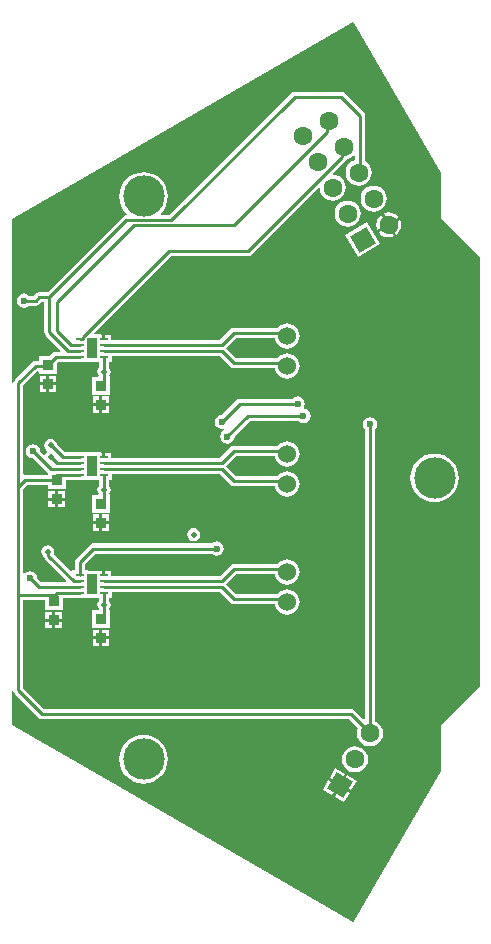
<source format=gtl>
G04*
G04 #@! TF.GenerationSoftware,Altium Limited,Altium Designer,18.1.9 (240)*
G04*
G04 Layer_Physical_Order=1*
G04 Layer_Color=255*
%FSLAX43Y43*%
%MOMM*%
G71*
G01*
G75*
%ADD15R,0.900X1.700*%
%ADD16R,0.710X0.260*%
%ADD17R,0.900X0.900*%
%ADD26C,0.254*%
%ADD27C,0.250*%
%ADD28C,1.600*%
%ADD29P,2.263X4X165.0*%
%ADD30C,1.524*%
%ADD31P,2.263X4X105.0*%
%ADD32C,3.500*%
%ADD33C,0.600*%
%ADD34C,0.500*%
G36*
X23202Y65531D02*
X30555Y52792D01*
Y49061D01*
X30575Y48962D01*
X30631Y48878D01*
X33805Y45704D01*
Y16000D01*
X33805Y9296D01*
X30631Y6122D01*
X30603Y6081D01*
X30575Y6038D01*
X30575Y6038D01*
X30575Y6038D01*
X30565Y5989D01*
X30555Y5939D01*
X30554Y2204D01*
X23202Y-10531D01*
X23079Y-10564D01*
X2758Y1169D01*
X2758Y1169D01*
X-5805Y6113D01*
Y8950D01*
X-5678Y8963D01*
X-5652Y8833D01*
X-5558Y8692D01*
X-3558Y6692D01*
X-3417Y6598D01*
X-3250Y6565D01*
X22717D01*
X23498Y5784D01*
X23448Y5665D01*
X23411Y5378D01*
X23448Y5091D01*
X23559Y4823D01*
X23735Y4593D01*
X23965Y4417D01*
X24233Y4306D01*
X24520Y4268D01*
X24807Y4306D01*
X25075Y4417D01*
X25305Y4593D01*
X25481Y4823D01*
X25592Y5091D01*
X25629Y5378D01*
X25592Y5665D01*
X25481Y5932D01*
X25305Y6162D01*
X25075Y6339D01*
X24955Y6388D01*
Y31092D01*
X25085Y31286D01*
X25132Y31520D01*
X25085Y31754D01*
X24953Y31953D01*
X24754Y32085D01*
X24520Y32132D01*
X24286Y32085D01*
X24087Y31953D01*
X23955Y31754D01*
X23908Y31520D01*
X23955Y31286D01*
X24085Y31092D01*
Y6595D01*
X23967Y6546D01*
X23206Y7308D01*
X23064Y7402D01*
X22898Y7435D01*
X-3070D01*
X-4815Y9180D01*
Y16617D01*
X-3000D01*
Y15800D01*
X-1500D01*
Y16815D01*
X-5D01*
X22Y16820D01*
X650D01*
Y16850D01*
X1350D01*
Y16820D01*
X1572D01*
Y16591D01*
X1487Y16465D01*
X1444Y16250D01*
X1487Y16035D01*
X1559Y15927D01*
X1523Y15800D01*
X1000D01*
Y14300D01*
X2500D01*
Y15800D01*
X2487D01*
X2451Y15927D01*
X2523Y16035D01*
X2566Y16250D01*
X2523Y16465D01*
X2438Y16591D01*
Y16820D01*
X2660D01*
Y17315D01*
X11800D01*
X12692Y16422D01*
X12833Y16328D01*
X13000Y16295D01*
X16453D01*
X16465Y16203D01*
X16572Y15944D01*
X16743Y15723D01*
X16964Y15552D01*
X17223Y15445D01*
X17500Y15409D01*
X17777Y15445D01*
X18036Y15552D01*
X18257Y15723D01*
X18428Y15944D01*
X18535Y16203D01*
X18571Y16480D01*
X18535Y16757D01*
X18428Y17016D01*
X18257Y17237D01*
X18036Y17408D01*
X17777Y17515D01*
X17500Y17551D01*
X17223Y17515D01*
X16964Y17408D01*
X16743Y17237D01*
X16687Y17165D01*
X13180D01*
X12346Y18000D01*
X13180Y18835D01*
X16453D01*
X16465Y18743D01*
X16572Y18484D01*
X16743Y18263D01*
X16964Y18092D01*
X17223Y17985D01*
X17500Y17949D01*
X17777Y17985D01*
X18036Y18092D01*
X18257Y18263D01*
X18428Y18484D01*
X18535Y18743D01*
X18571Y19020D01*
X18535Y19297D01*
X18428Y19556D01*
X18257Y19777D01*
X18036Y19948D01*
X17777Y20055D01*
X17500Y20091D01*
X17223Y20055D01*
X16964Y19948D01*
X16743Y19777D01*
X16687Y19705D01*
X13000D01*
X12833Y19672D01*
X12692Y19578D01*
X11800Y18685D01*
X2610D01*
Y19130D01*
X2130D01*
Y18750D01*
X1880D01*
Y19130D01*
X1750D01*
Y19150D01*
X650D01*
Y19180D01*
X430D01*
Y19715D01*
X1292Y20576D01*
X11109D01*
X11115Y20567D01*
X11313Y20435D01*
X11547Y20388D01*
X11782Y20435D01*
X11980Y20567D01*
X12113Y20766D01*
X12159Y21000D01*
X12113Y21234D01*
X11980Y21433D01*
X11782Y21565D01*
X11547Y21612D01*
X11313Y21565D01*
X11137Y21447D01*
X1112D01*
X945Y21414D01*
X804Y21320D01*
X-313Y20203D01*
X-407Y20062D01*
X-440Y19895D01*
Y19180D01*
X-660D01*
Y19163D01*
X-777Y19114D01*
X-2226Y20563D01*
X-2189Y20750D01*
X-2232Y20965D01*
X-2353Y21147D01*
X-2535Y21268D01*
X-2750Y21311D01*
X-2965Y21268D01*
X-3147Y21147D01*
X-3268Y20965D01*
X-3311Y20750D01*
X-3268Y20535D01*
X-3147Y20353D01*
X-3121Y20336D01*
X-3105Y20258D01*
X-3011Y20116D01*
X-1195Y18301D01*
X-1244Y18183D01*
X-3321D01*
X-3639Y18501D01*
X-3685Y18734D01*
X-3817Y18933D01*
X-4016Y19065D01*
X-4250Y19112D01*
X-4484Y19065D01*
X-4683Y18933D01*
X-4693Y18917D01*
X-4815Y18954D01*
Y26073D01*
X-4520Y26367D01*
X-2750D01*
Y26050D01*
X-1250D01*
Y26815D01*
X-5D01*
X22Y26820D01*
X650D01*
Y26850D01*
X1350D01*
Y26820D01*
X1570D01*
Y26338D01*
X1487Y26215D01*
X1444Y26000D01*
X1487Y25785D01*
X1559Y25677D01*
X1525Y25550D01*
X1000D01*
Y24050D01*
X2500D01*
Y25550D01*
X2485D01*
X2451Y25677D01*
X2523Y25785D01*
X2566Y26000D01*
X2523Y26215D01*
X2440Y26338D01*
Y26820D01*
X2660D01*
Y27315D01*
X11800D01*
X12692Y26422D01*
X12833Y26328D01*
X13000Y26295D01*
X16453D01*
X16465Y26203D01*
X16572Y25944D01*
X16743Y25723D01*
X16964Y25552D01*
X17223Y25445D01*
X17500Y25409D01*
X17777Y25445D01*
X18036Y25552D01*
X18257Y25723D01*
X18428Y25944D01*
X18535Y26203D01*
X18571Y26480D01*
X18535Y26757D01*
X18428Y27016D01*
X18257Y27237D01*
X18036Y27408D01*
X17777Y27515D01*
X17500Y27551D01*
X17223Y27515D01*
X16964Y27408D01*
X16743Y27237D01*
X16687Y27165D01*
X13180D01*
X12346Y28000D01*
X13180Y28835D01*
X16453D01*
X16465Y28743D01*
X16572Y28484D01*
X16743Y28263D01*
X16964Y28092D01*
X17223Y27985D01*
X17500Y27949D01*
X17777Y27985D01*
X18036Y28092D01*
X18257Y28263D01*
X18428Y28484D01*
X18535Y28743D01*
X18571Y29020D01*
X18535Y29297D01*
X18428Y29556D01*
X18257Y29777D01*
X18036Y29948D01*
X17777Y30055D01*
X17500Y30091D01*
X17223Y30055D01*
X16964Y29948D01*
X16743Y29777D01*
X16687Y29705D01*
X13000D01*
X12833Y29672D01*
X12692Y29578D01*
X11800Y28685D01*
X2610D01*
Y29130D01*
X2130D01*
Y28750D01*
X1880D01*
Y29130D01*
X1750D01*
Y29150D01*
X650D01*
Y29180D01*
X37D01*
X-5Y29188D01*
X-20Y29185D01*
X-1320D01*
X-1953Y29819D01*
X-1982Y29965D01*
X-2103Y30147D01*
X-2285Y30268D01*
X-2500Y30311D01*
X-2715Y30268D01*
X-2897Y30147D01*
X-3018Y29965D01*
X-3061Y29750D01*
X-3018Y29535D01*
X-2897Y29353D01*
X-2812Y29297D01*
Y29170D01*
X-2847Y29147D01*
X-2950Y28992D01*
X-3090Y28953D01*
X-3389Y29251D01*
X-3435Y29484D01*
X-3567Y29683D01*
X-3766Y29815D01*
X-4000Y29862D01*
X-4234Y29815D01*
X-4433Y29683D01*
X-4565Y29484D01*
X-4612Y29250D01*
X-4565Y29016D01*
X-4433Y28817D01*
X-4234Y28685D01*
X-4001Y28639D01*
X-2806Y27444D01*
X-2750Y27406D01*
Y27233D01*
X-4700D01*
X-4716Y27230D01*
X-4815Y27311D01*
Y34820D01*
X-3627Y36007D01*
X-3500Y35955D01*
Y35800D01*
X-2000D01*
Y36687D01*
X-1870Y36817D01*
X-5D01*
X12Y36820D01*
X650D01*
Y36850D01*
X1350D01*
Y36820D01*
X1572D01*
Y36349D01*
X1482Y36215D01*
X1439Y36000D01*
X1482Y35785D01*
X1554Y35677D01*
X1512Y35550D01*
X1000D01*
Y34050D01*
X2500D01*
Y35550D01*
X2476D01*
X2446Y35677D01*
X2518Y35785D01*
X2561Y36000D01*
X2518Y36215D01*
X2438Y36334D01*
Y36820D01*
X2660D01*
Y37315D01*
X11800D01*
X12692Y36422D01*
X12833Y36328D01*
X13000Y36295D01*
X16453D01*
X16465Y36203D01*
X16572Y35944D01*
X16743Y35723D01*
X16964Y35552D01*
X17223Y35445D01*
X17500Y35409D01*
X17777Y35445D01*
X18036Y35552D01*
X18257Y35723D01*
X18428Y35944D01*
X18535Y36203D01*
X18571Y36480D01*
X18535Y36757D01*
X18428Y37016D01*
X18257Y37237D01*
X18036Y37408D01*
X17777Y37515D01*
X17500Y37551D01*
X17223Y37515D01*
X16964Y37408D01*
X16743Y37237D01*
X16687Y37165D01*
X13180D01*
X12346Y38000D01*
X13180Y38835D01*
X16453D01*
X16465Y38743D01*
X16572Y38484D01*
X16743Y38263D01*
X16964Y38092D01*
X17223Y37985D01*
X17500Y37949D01*
X17777Y37985D01*
X18036Y38092D01*
X18257Y38263D01*
X18428Y38484D01*
X18535Y38743D01*
X18571Y39020D01*
X18535Y39297D01*
X18428Y39556D01*
X18257Y39777D01*
X18036Y39948D01*
X17777Y40055D01*
X17500Y40091D01*
X17223Y40055D01*
X16964Y39948D01*
X16743Y39777D01*
X16687Y39705D01*
X13000D01*
X12833Y39672D01*
X12692Y39578D01*
X11800Y38685D01*
X2610D01*
Y39130D01*
X2130D01*
Y38750D01*
X1880D01*
Y39130D01*
X1750D01*
Y39150D01*
X1240D01*
X1191Y39267D01*
X7705Y45781D01*
X14178D01*
X14345Y45815D01*
X14486Y45909D01*
X20140Y51562D01*
X20269Y51512D01*
X20300Y51278D01*
X20410Y51010D01*
X20587Y50780D01*
X20817Y50604D01*
X21084Y50493D01*
X21371Y50456D01*
X21658Y50493D01*
X21926Y50604D01*
X22156Y50780D01*
X22332Y51010D01*
X22443Y51278D01*
X22481Y51565D01*
X22443Y51852D01*
X22332Y52120D01*
X22156Y52350D01*
X21926Y52526D01*
X21658Y52637D01*
X21424Y52667D01*
X21374Y52797D01*
X22471Y53894D01*
X22511Y53953D01*
X22588Y53963D01*
X22856Y54074D01*
X23086Y54250D01*
X23135Y54315D01*
X23255Y54274D01*
Y53895D01*
X23016Y53796D01*
X22786Y53620D01*
X22610Y53390D01*
X22499Y53122D01*
X22462Y52835D01*
X22499Y52548D01*
X22610Y52280D01*
X22786Y52050D01*
X23016Y51874D01*
X23284Y51763D01*
X23571Y51726D01*
X23858Y51763D01*
X24126Y51874D01*
X24356Y52050D01*
X24532Y52280D01*
X24643Y52548D01*
X24681Y52835D01*
X24643Y53122D01*
X24532Y53390D01*
X24356Y53620D01*
X24126Y53795D01*
Y57649D01*
X24093Y57816D01*
X23999Y57957D01*
X22398Y59558D01*
X22256Y59652D01*
X22090Y59685D01*
X18178D01*
X18011Y59652D01*
X17870Y59558D01*
X7542Y49230D01*
X6837D01*
X6794Y49350D01*
X6813Y49365D01*
X7069Y49678D01*
X7259Y50034D01*
X7376Y50420D01*
X7416Y50822D01*
X7376Y51224D01*
X7259Y51610D01*
X7069Y51966D01*
X6813Y52279D01*
X6500Y52535D01*
X6144Y52725D01*
X5758Y52842D01*
X5356Y52882D01*
X4954Y52842D01*
X4568Y52725D01*
X4212Y52535D01*
X3899Y52279D01*
X3643Y51966D01*
X3453Y51610D01*
X3336Y51224D01*
X3296Y50822D01*
X3336Y50420D01*
X3453Y50034D01*
X3643Y49678D01*
X3899Y49365D01*
X3926Y49344D01*
X3870Y49225D01*
X3728Y49197D01*
X3587Y49103D01*
X-2758Y42758D01*
X-2764Y42749D01*
X-2795Y42717D01*
X-3494D01*
X-3659Y42684D01*
X-3800Y42590D01*
X-3957Y42433D01*
X-4319D01*
X-4516Y42565D01*
X-4750Y42612D01*
X-4984Y42565D01*
X-5183Y42433D01*
X-5315Y42234D01*
X-5362Y42000D01*
X-5315Y41766D01*
X-5183Y41567D01*
X-4984Y41435D01*
X-4750Y41388D01*
X-4516Y41435D01*
X-4319Y41567D01*
X-3778D01*
X-3612Y41600D01*
X-3471Y41694D01*
X-3314Y41851D01*
X-3051D01*
Y39326D01*
X-3018Y39160D01*
X-2924Y39018D01*
X-1706Y37801D01*
X-1755Y37683D01*
X-2050D01*
X-2216Y37650D01*
X-2356Y37556D01*
X-2613Y37300D01*
X-3500D01*
Y36933D01*
X-3740D01*
X-3750Y36935D01*
X-3917Y36902D01*
X-4058Y36808D01*
X-5558Y35308D01*
X-5652Y35167D01*
X-5678Y35037D01*
X-5805Y35050D01*
X-5805Y48887D01*
X2758Y53831D01*
X23079Y65564D01*
X23202Y65531D01*
D02*
G37*
%LPC*%
G36*
X24841Y51745D02*
X24554Y51707D01*
X24286Y51596D01*
X24056Y51420D01*
X23880Y51190D01*
X23769Y50922D01*
X23732Y50635D01*
X23769Y50348D01*
X23880Y50081D01*
X24056Y49851D01*
X24286Y49674D01*
X24554Y49564D01*
X24841Y49526D01*
X25128Y49564D01*
X25396Y49674D01*
X25626Y49851D01*
X25802Y50081D01*
X25913Y50348D01*
X25951Y50635D01*
X25913Y50922D01*
X25802Y51190D01*
X25626Y51420D01*
X25396Y51596D01*
X25128Y51707D01*
X24841Y51745D01*
D02*
G37*
G36*
X26111Y49495D02*
X25837Y49459D01*
X25698Y49401D01*
X26157Y48606D01*
X26951Y49065D01*
X26860Y49184D01*
X26641Y49353D01*
X26385Y49459D01*
X26111Y49495D01*
D02*
G37*
G36*
X22641Y50475D02*
X22354Y50437D01*
X22087Y50326D01*
X21857Y50150D01*
X21680Y49920D01*
X21570Y49652D01*
X21532Y49365D01*
X21570Y49078D01*
X21680Y48811D01*
X21857Y48581D01*
X22087Y48404D01*
X22354Y48294D01*
X22641Y48256D01*
X22928Y48294D01*
X23196Y48404D01*
X23426Y48581D01*
X23602Y48811D01*
X23713Y49078D01*
X23751Y49365D01*
X23713Y49652D01*
X23602Y49920D01*
X23426Y50150D01*
X23196Y50326D01*
X22928Y50437D01*
X22641Y50475D01*
D02*
G37*
G36*
X25481Y49276D02*
X25362Y49184D01*
X25194Y48965D01*
X25088Y48710D01*
X25052Y48436D01*
X25088Y48161D01*
X25146Y48023D01*
X25940Y48481D01*
X25481Y49276D01*
D02*
G37*
G36*
X27076Y48849D02*
X26282Y48390D01*
X26741Y47595D01*
X26860Y47687D01*
X27028Y47906D01*
X27134Y48161D01*
X27170Y48436D01*
X27134Y48710D01*
X27076Y48849D01*
D02*
G37*
G36*
X26065Y48265D02*
X25271Y47806D01*
X25362Y47687D01*
X25581Y47518D01*
X25837Y47413D01*
X26111Y47377D01*
X26385Y47413D01*
X26524Y47470D01*
X26065Y48265D01*
D02*
G37*
G36*
X24314Y48668D02*
X22409Y47568D01*
X23509Y45663D01*
X25414Y46763D01*
X24314Y48668D01*
D02*
G37*
G36*
X-2050Y35650D02*
X-2625D01*
Y35075D01*
X-2050D01*
Y35650D01*
D02*
G37*
G36*
X-2875D02*
X-3450D01*
Y35075D01*
X-2875D01*
Y35650D01*
D02*
G37*
G36*
X-2050Y34825D02*
X-2625D01*
Y34250D01*
X-2050D01*
Y34825D01*
D02*
G37*
G36*
X-2875D02*
X-3450D01*
Y34250D01*
X-2875D01*
Y34825D01*
D02*
G37*
G36*
X2450Y33900D02*
X1875D01*
Y33325D01*
X2450D01*
Y33900D01*
D02*
G37*
G36*
X1625D02*
X1050D01*
Y33325D01*
X1625D01*
Y33900D01*
D02*
G37*
G36*
X2450Y33075D02*
X1875D01*
Y32500D01*
X2450D01*
Y33075D01*
D02*
G37*
G36*
X1625D02*
X1050D01*
Y32500D01*
X1625D01*
Y33075D01*
D02*
G37*
G36*
X18396Y33893D02*
X18162Y33846D01*
X17968Y33717D01*
X13511D01*
X13345Y33683D01*
X13203Y33589D01*
X11975Y32361D01*
X11746Y32315D01*
X11547Y32183D01*
X11415Y31984D01*
X11368Y31750D01*
X11415Y31516D01*
X11547Y31317D01*
X11746Y31185D01*
X11980Y31138D01*
X12097Y31161D01*
X12170Y31176D01*
X12205Y31091D01*
X12174Y31038D01*
X12148Y31020D01*
X12017Y30933D01*
X11884Y30734D01*
X11837Y30500D01*
X11884Y30266D01*
X12017Y30067D01*
X12215Y29935D01*
X12449Y29888D01*
X12683Y29935D01*
X12882Y30067D01*
X13014Y30266D01*
X13061Y30500D01*
X13060Y30503D01*
X14372Y31815D01*
X18465D01*
X18660Y31685D01*
X18894Y31638D01*
X19128Y31685D01*
X19326Y31817D01*
X19459Y32016D01*
X19506Y32250D01*
X19459Y32484D01*
X19326Y32683D01*
X19128Y32815D01*
X18979Y32845D01*
X18921Y32986D01*
X18962Y33047D01*
X19008Y33281D01*
X18962Y33515D01*
X18829Y33714D01*
X18631Y33846D01*
X18396Y33893D01*
D02*
G37*
G36*
X-1300Y25900D02*
X-1875D01*
Y25325D01*
X-1300D01*
Y25900D01*
D02*
G37*
G36*
X-2125D02*
X-2700D01*
Y25325D01*
X-2125D01*
Y25900D01*
D02*
G37*
G36*
X30000Y29060D02*
X29598Y29020D01*
X29212Y28903D01*
X28856Y28713D01*
X28543Y28457D01*
X28287Y28144D01*
X28097Y27788D01*
X27980Y27402D01*
X27940Y27000D01*
X27980Y26598D01*
X28097Y26212D01*
X28287Y25856D01*
X28543Y25543D01*
X28856Y25287D01*
X29212Y25097D01*
X29598Y24980D01*
X30000Y24940D01*
X30402Y24980D01*
X30788Y25097D01*
X31144Y25287D01*
X31457Y25543D01*
X31713Y25856D01*
X31903Y26212D01*
X32020Y26598D01*
X32060Y27000D01*
X32020Y27402D01*
X31903Y27788D01*
X31713Y28144D01*
X31457Y28457D01*
X31144Y28713D01*
X30788Y28903D01*
X30402Y29020D01*
X30000Y29060D01*
D02*
G37*
G36*
X-1300Y25075D02*
X-1875D01*
Y24500D01*
X-1300D01*
Y25075D01*
D02*
G37*
G36*
X-2125D02*
X-2700D01*
Y24500D01*
X-2125D01*
Y25075D01*
D02*
G37*
G36*
X2450Y23900D02*
X1875D01*
Y23325D01*
X2450D01*
Y23900D01*
D02*
G37*
G36*
X1625D02*
X1050D01*
Y23325D01*
X1625D01*
Y23900D01*
D02*
G37*
G36*
X2450Y23075D02*
X1875D01*
Y22500D01*
X2450D01*
Y23075D01*
D02*
G37*
G36*
X1625D02*
X1050D01*
Y22500D01*
X1625D01*
Y23075D01*
D02*
G37*
G36*
X9600Y22761D02*
X9385Y22718D01*
X9203Y22597D01*
X9082Y22415D01*
X9039Y22200D01*
X9082Y21985D01*
X9203Y21803D01*
X9385Y21682D01*
X9600Y21639D01*
X9815Y21682D01*
X9997Y21803D01*
X10118Y21985D01*
X10161Y22200D01*
X10118Y22415D01*
X9997Y22597D01*
X9815Y22718D01*
X9600Y22761D01*
D02*
G37*
G36*
X-1550Y15650D02*
X-2125D01*
Y15075D01*
X-1550D01*
Y15650D01*
D02*
G37*
G36*
X-2375D02*
X-2950D01*
Y15075D01*
X-2375D01*
Y15650D01*
D02*
G37*
G36*
X-1550Y14825D02*
X-2125D01*
Y14250D01*
X-1550D01*
Y14825D01*
D02*
G37*
G36*
X-2375D02*
X-2950D01*
Y14250D01*
X-2375D01*
Y14825D01*
D02*
G37*
G36*
X2450Y14150D02*
X1875D01*
Y13575D01*
X2450D01*
Y14150D01*
D02*
G37*
G36*
X1625D02*
X1050D01*
Y13575D01*
X1625D01*
Y14150D01*
D02*
G37*
G36*
X2450Y13325D02*
X1875D01*
Y12750D01*
X2450D01*
Y13325D01*
D02*
G37*
G36*
X1625D02*
X1050D01*
Y12750D01*
X1625D01*
Y13325D01*
D02*
G37*
G36*
X23250Y4287D02*
X22963Y4250D01*
X22695Y4139D01*
X22465Y3963D01*
X22289Y3733D01*
X22178Y3465D01*
X22141Y3178D01*
X22178Y2891D01*
X22289Y2623D01*
X22465Y2393D01*
X22695Y2217D01*
X22963Y2106D01*
X23250Y2069D01*
X23537Y2106D01*
X23805Y2217D01*
X24035Y2393D01*
X24211Y2623D01*
X24322Y2891D01*
X24359Y3178D01*
X24322Y3465D01*
X24211Y3733D01*
X24035Y3963D01*
X23805Y4139D01*
X23537Y4250D01*
X23250Y4287D01*
D02*
G37*
G36*
X21596Y2413D02*
X21133Y1612D01*
X21934Y1149D01*
X22397Y1950D01*
X21596Y2413D01*
D02*
G37*
G36*
X5356Y5238D02*
X4954Y5198D01*
X4568Y5081D01*
X4212Y4891D01*
X3899Y4635D01*
X3643Y4322D01*
X3453Y3966D01*
X3336Y3580D01*
X3296Y3178D01*
X3336Y2776D01*
X3453Y2390D01*
X3643Y2034D01*
X3899Y1721D01*
X4212Y1465D01*
X4568Y1275D01*
X4954Y1158D01*
X5356Y1118D01*
X5758Y1158D01*
X6144Y1275D01*
X6500Y1465D01*
X6813Y1721D01*
X7069Y2034D01*
X7259Y2390D01*
X7376Y2776D01*
X7416Y3178D01*
X7376Y3580D01*
X7259Y3966D01*
X7069Y4322D01*
X6813Y4635D01*
X6500Y4891D01*
X6144Y5081D01*
X5758Y5198D01*
X5356Y5238D01*
D02*
G37*
G36*
X22613Y1825D02*
X22151Y1024D01*
X22952Y562D01*
X23414Y1363D01*
X22613Y1825D01*
D02*
G37*
G36*
X21008Y1395D02*
X20546Y594D01*
X21347Y131D01*
X21809Y933D01*
X21008Y1395D01*
D02*
G37*
G36*
X22026Y808D02*
X21563Y6D01*
X22364Y-456D01*
X22827Y345D01*
X22026Y808D01*
D02*
G37*
%LPD*%
D15*
X1000Y18000D02*
D03*
Y28000D02*
D03*
Y38000D02*
D03*
D16*
X-5Y17250D02*
D03*
Y17750D02*
D03*
Y18250D02*
D03*
Y18750D02*
D03*
X2005D02*
D03*
Y18250D02*
D03*
Y17750D02*
D03*
Y17250D02*
D03*
X-5Y27250D02*
D03*
Y27750D02*
D03*
Y28250D02*
D03*
Y28750D02*
D03*
X2005D02*
D03*
Y28250D02*
D03*
Y27750D02*
D03*
Y27250D02*
D03*
X-5Y37250D02*
D03*
Y37750D02*
D03*
Y38250D02*
D03*
Y38750D02*
D03*
X2005D02*
D03*
Y38250D02*
D03*
Y37750D02*
D03*
Y37250D02*
D03*
D17*
X1750Y13450D02*
D03*
Y15050D02*
D03*
X-2250Y14950D02*
D03*
Y16550D02*
D03*
X1750Y23200D02*
D03*
Y24800D02*
D03*
X-2000Y25200D02*
D03*
Y26800D02*
D03*
X1750Y33200D02*
D03*
Y34800D02*
D03*
X-2750Y34950D02*
D03*
Y36550D02*
D03*
D26*
X24520Y5378D02*
Y31520D01*
X20893Y57177D02*
X21151Y57435D01*
X20893Y56293D02*
Y57177D01*
X12991Y48391D02*
X20893Y56293D01*
X4538Y48391D02*
X12991D01*
X22163Y54977D02*
X22421Y55235D01*
X22163Y54202D02*
Y54977D01*
X14178Y46217D02*
X22163Y54202D01*
X7525Y46217D02*
X14178D01*
X-8Y28750D02*
X-5Y28753D01*
X1112Y21012D02*
X11547D01*
X12449Y30500D02*
Y30507D01*
X14192Y32250D01*
X11980Y31750D02*
X13511Y33281D01*
X18396D01*
X2005Y28250D02*
X11980D01*
X13000Y29270D01*
X2005Y27750D02*
X11980D01*
X14192Y32250D02*
X18894D01*
X23691Y53035D02*
Y57649D01*
X22090Y59250D02*
X23691Y57649D01*
X18178Y59250D02*
X22090D01*
X7723Y48795D02*
X18178Y59250D01*
X3895Y48795D02*
X7723D01*
X-2004Y39433D02*
X-821Y38250D01*
X-2004Y41849D02*
X4538Y48391D01*
X-3250Y7000D02*
X22898D01*
X24520Y5378D01*
X2005Y26000D02*
Y27239D01*
Y25205D02*
Y26000D01*
X-2200Y27000D02*
X-1950Y27250D01*
X13000Y39270D02*
X17250D01*
X13000Y36730D02*
X17250D01*
Y29270D02*
X17500Y29020D01*
X13000Y29270D02*
X17250D01*
X13000Y26730D02*
X17250D01*
X13000Y19270D02*
X17250D01*
Y16730D02*
X17500Y16480D01*
X13000Y16730D02*
X17250D01*
X-5Y19895D02*
X1112Y21012D01*
X-5Y18761D02*
Y19895D01*
X-2450Y42450D02*
X3895Y48795D01*
X-2616Y39326D02*
Y42284D01*
X-821Y38250D02*
X-5D01*
X-2616Y39326D02*
X-1040Y37750D01*
X-5D01*
X223Y38753D02*
Y38915D01*
X-5Y38750D02*
X220D01*
X223Y38915D02*
X7525Y46217D01*
X-2004Y39433D02*
Y41849D01*
X220Y38750D02*
X223Y38753D01*
X2005Y38250D02*
X11980D01*
X13000Y39270D01*
X2005Y37750D02*
X11980D01*
X13000Y36730D01*
X11980Y27750D02*
X13000Y26730D01*
X2005Y18250D02*
X11980D01*
X13000Y19270D01*
X2005Y17750D02*
X11980D01*
X13000Y16730D01*
X-1950Y17250D02*
X-5D01*
X-1950Y27250D02*
X-5D01*
X-1500Y28750D02*
X-8D01*
X-2750Y20750D02*
X-2703Y20703D01*
X-529Y18250D02*
X-5D01*
X-2703Y20424D02*
Y20703D01*
Y20424D02*
X-529Y18250D01*
X-5250Y9000D02*
X-3250Y7000D01*
X-2500Y29750D02*
X-1500Y28750D01*
X-1950Y28250D02*
X-5D01*
X-2450Y28750D02*
X-1950Y28250D01*
X-2200Y17000D02*
X-1950Y17250D01*
X-5250Y9000D02*
Y17000D01*
X1800Y25000D02*
X2005Y25205D01*
X-5250Y35000D02*
X-3750Y36500D01*
X-5250Y17000D02*
Y26250D01*
Y35000D01*
D27*
X-3494Y42284D02*
X-2616D01*
X2005Y35055D02*
Y37250D01*
Y16250D02*
Y17250D01*
Y15305D02*
Y16250D01*
X-5200Y17050D02*
X-2250D01*
X-3500Y17750D02*
X-5D01*
X-4750Y42000D02*
X-3778D01*
X-3494Y42284D01*
X-2616D02*
X-2450Y42450D01*
X-4250Y18500D02*
X-3500Y17750D01*
X-2500Y27750D02*
X-5D01*
X-4000Y29250D02*
X-2500Y27750D01*
X-5250Y17000D02*
X-5200Y17050D01*
X-3750Y36500D02*
X-2800D01*
X-2050Y37250D02*
X-5D01*
X-2800Y36500D02*
X-2750Y36550D01*
X-2050Y37250D01*
X-4700Y26800D02*
X-2000D01*
X-5250Y26250D02*
X-4700Y26800D01*
X1750Y34800D02*
X2005Y35055D01*
X1750Y15050D02*
X2005Y15305D01*
D28*
X18831Y55964D02*
D03*
X20101Y53765D02*
D03*
X21371Y51565D02*
D03*
X22641Y49365D02*
D03*
X26111Y48436D02*
D03*
X24841Y50635D02*
D03*
X23571Y52835D02*
D03*
X22301Y55035D02*
D03*
X21031Y57234D02*
D03*
X23250Y3178D02*
D03*
X24520Y5378D02*
D03*
D29*
X23911Y47166D02*
D03*
D30*
X17500Y19020D02*
D03*
Y16480D02*
D03*
Y29020D02*
D03*
Y26480D02*
D03*
Y39020D02*
D03*
Y36480D02*
D03*
D31*
X21980Y978D02*
D03*
D32*
X5356Y3178D02*
D03*
Y50822D02*
D03*
X30000Y27000D02*
D03*
D33*
X32600Y46100D02*
D03*
Y42100D02*
D03*
Y38100D02*
D03*
Y34100D02*
D03*
Y30100D02*
D03*
Y26100D02*
D03*
Y22100D02*
D03*
Y18100D02*
D03*
Y14100D02*
D03*
Y10100D02*
D03*
X30600Y46100D02*
D03*
X31600Y44100D02*
D03*
X30600Y42100D02*
D03*
X31600Y40100D02*
D03*
X30600Y38100D02*
D03*
X31600Y36100D02*
D03*
X30600Y34100D02*
D03*
X31600Y32100D02*
D03*
X30600Y30100D02*
D03*
X31600Y24100D02*
D03*
X30600Y22100D02*
D03*
X31600Y20100D02*
D03*
X30600Y18100D02*
D03*
X31600Y16100D02*
D03*
X30600Y14100D02*
D03*
X31600Y12100D02*
D03*
X30600Y10100D02*
D03*
X31600Y8100D02*
D03*
X28600Y54100D02*
D03*
X29600Y52100D02*
D03*
X28600Y50100D02*
D03*
X29600Y48100D02*
D03*
X28600Y46100D02*
D03*
X29600Y44100D02*
D03*
X28600Y42100D02*
D03*
X29600Y40100D02*
D03*
X28600Y38100D02*
D03*
X29600Y36100D02*
D03*
X28600Y34100D02*
D03*
X29600Y32100D02*
D03*
X28600Y30100D02*
D03*
X29600Y24100D02*
D03*
X28600Y22100D02*
D03*
X29600Y20100D02*
D03*
X28600Y18100D02*
D03*
X29600Y16100D02*
D03*
X28600Y14100D02*
D03*
X29600Y12100D02*
D03*
X28600Y10100D02*
D03*
X29600Y8100D02*
D03*
X28600Y6100D02*
D03*
X29600Y4100D02*
D03*
X28600Y2100D02*
D03*
X26600Y58100D02*
D03*
X27600Y56100D02*
D03*
X26600Y54100D02*
D03*
X27600Y52100D02*
D03*
X26600Y50100D02*
D03*
X27600Y48100D02*
D03*
X26600Y46100D02*
D03*
X27600Y44100D02*
D03*
X26600Y42100D02*
D03*
X27600Y40100D02*
D03*
X26600Y38100D02*
D03*
X27600Y36100D02*
D03*
X26600Y34100D02*
D03*
X27600Y32100D02*
D03*
X26600Y30100D02*
D03*
X27600Y28100D02*
D03*
X26600Y26100D02*
D03*
X27600Y24100D02*
D03*
X26600Y22100D02*
D03*
X27600Y20100D02*
D03*
X26600Y18100D02*
D03*
X27600Y16100D02*
D03*
X26600Y14100D02*
D03*
X27600Y12100D02*
D03*
X26600Y10100D02*
D03*
X27600Y8100D02*
D03*
X26600Y6100D02*
D03*
X27600Y4100D02*
D03*
X26600Y2100D02*
D03*
X27600Y100D02*
D03*
X26600Y-1900D02*
D03*
X24600Y62100D02*
D03*
X25600Y60100D02*
D03*
X24600Y58100D02*
D03*
X25600Y56100D02*
D03*
X24600Y54100D02*
D03*
X25600Y52100D02*
D03*
Y28100D02*
D03*
Y24100D02*
D03*
Y20100D02*
D03*
Y16100D02*
D03*
Y12100D02*
D03*
Y8100D02*
D03*
Y4100D02*
D03*
X24600Y2100D02*
D03*
X25600Y100D02*
D03*
X24600Y-1900D02*
D03*
X25600Y-3900D02*
D03*
X24600Y-5900D02*
D03*
X23600Y64100D02*
D03*
X22600Y62100D02*
D03*
X23600Y60100D02*
D03*
Y44100D02*
D03*
Y40100D02*
D03*
Y36100D02*
D03*
X22600Y34100D02*
D03*
X23600Y32100D02*
D03*
X22600Y30100D02*
D03*
X23600Y28100D02*
D03*
X22600Y26100D02*
D03*
X23600Y24100D02*
D03*
X22600Y22100D02*
D03*
X23600Y20100D02*
D03*
X22600Y18100D02*
D03*
X23600Y16100D02*
D03*
X22600Y14100D02*
D03*
X23600Y12100D02*
D03*
X22600Y10100D02*
D03*
X23600Y8100D02*
D03*
X22600Y6100D02*
D03*
X23600Y100D02*
D03*
X22600Y-1900D02*
D03*
X23600Y-3900D02*
D03*
X22600Y-5900D02*
D03*
X23600Y-7900D02*
D03*
X22600Y-9900D02*
D03*
X21600Y64100D02*
D03*
X20600Y62100D02*
D03*
X21600Y60100D02*
D03*
X20600Y50100D02*
D03*
Y46100D02*
D03*
Y42100D02*
D03*
Y38100D02*
D03*
X21600Y32100D02*
D03*
X20600Y30100D02*
D03*
X21600Y28100D02*
D03*
X20600Y26100D02*
D03*
X21600Y24100D02*
D03*
X20600Y22100D02*
D03*
X21600Y20100D02*
D03*
X20600Y18100D02*
D03*
X21600Y16100D02*
D03*
X20600Y14100D02*
D03*
X21600Y12100D02*
D03*
X20600Y10100D02*
D03*
X21600Y8100D02*
D03*
X20600Y6100D02*
D03*
Y2100D02*
D03*
Y-1900D02*
D03*
X21600Y-3900D02*
D03*
X20600Y-5900D02*
D03*
X21600Y-7900D02*
D03*
X18600Y62100D02*
D03*
X19600Y60100D02*
D03*
Y48100D02*
D03*
X18600Y46100D02*
D03*
X19600Y44100D02*
D03*
X18600Y42100D02*
D03*
X19600Y40100D02*
D03*
X18600Y38100D02*
D03*
X19600Y36100D02*
D03*
X18600Y30100D02*
D03*
X19600Y28100D02*
D03*
Y24100D02*
D03*
X18600Y22100D02*
D03*
X19600Y20100D02*
D03*
X18600Y18100D02*
D03*
X19600Y16100D02*
D03*
X18600Y14100D02*
D03*
X19600Y12100D02*
D03*
X18600Y10100D02*
D03*
X19600Y8100D02*
D03*
X18600Y6100D02*
D03*
Y2100D02*
D03*
X19600Y100D02*
D03*
X18600Y-1900D02*
D03*
X19600Y-3900D02*
D03*
X18600Y-5900D02*
D03*
X19600Y-7900D02*
D03*
X17600Y60100D02*
D03*
Y48100D02*
D03*
X16600Y46100D02*
D03*
X17600Y44100D02*
D03*
X16600Y42100D02*
D03*
Y34100D02*
D03*
Y30100D02*
D03*
X17600Y24100D02*
D03*
X16600Y22100D02*
D03*
Y14100D02*
D03*
X17600Y12100D02*
D03*
X16600Y10100D02*
D03*
X17600Y8100D02*
D03*
X16600Y6100D02*
D03*
Y2100D02*
D03*
X17600Y100D02*
D03*
X16600Y-1900D02*
D03*
X17600Y-3900D02*
D03*
X16600Y-5900D02*
D03*
X15600Y60100D02*
D03*
X14600Y58100D02*
D03*
Y22100D02*
D03*
X15600Y20100D02*
D03*
X14600Y18100D02*
D03*
Y14100D02*
D03*
X15600Y12100D02*
D03*
X14600Y10100D02*
D03*
X15600Y8100D02*
D03*
X14600Y6100D02*
D03*
Y2100D02*
D03*
X15600Y100D02*
D03*
X14600Y-1900D02*
D03*
X15600Y-3900D02*
D03*
X12600Y58100D02*
D03*
X13600Y56100D02*
D03*
X12600Y42100D02*
D03*
Y34100D02*
D03*
X13600Y20100D02*
D03*
X12600Y14100D02*
D03*
X13600Y12100D02*
D03*
X12600Y10100D02*
D03*
X13600Y8100D02*
D03*
X12600Y6100D02*
D03*
Y2100D02*
D03*
X13600Y100D02*
D03*
X12600Y-1900D02*
D03*
X13600Y-3900D02*
D03*
X11600Y56100D02*
D03*
X10600Y54100D02*
D03*
X11600Y44100D02*
D03*
X10600Y42100D02*
D03*
X11600Y40100D02*
D03*
Y36100D02*
D03*
X10600Y34100D02*
D03*
Y26100D02*
D03*
Y22100D02*
D03*
X11600Y16100D02*
D03*
X10600Y14100D02*
D03*
X11600Y12100D02*
D03*
X10600Y10100D02*
D03*
X11600Y8100D02*
D03*
X10600Y6100D02*
D03*
Y2100D02*
D03*
X11600Y100D02*
D03*
X10600Y-1900D02*
D03*
X24520Y31520D02*
D03*
X11547Y21000D02*
D03*
X12449Y30500D02*
D03*
X11980Y31750D02*
D03*
X18396Y33281D02*
D03*
X18894Y32250D02*
D03*
X-4750Y42000D02*
D03*
X-4250Y18500D02*
D03*
X-4000Y29250D02*
D03*
D34*
X9600Y22200D02*
D03*
X-2750Y20750D02*
D03*
X-2500Y29750D02*
D03*
X-2450Y28750D02*
D03*
X2005Y16250D02*
D03*
Y26000D02*
D03*
X2000Y36000D02*
D03*
M02*

</source>
